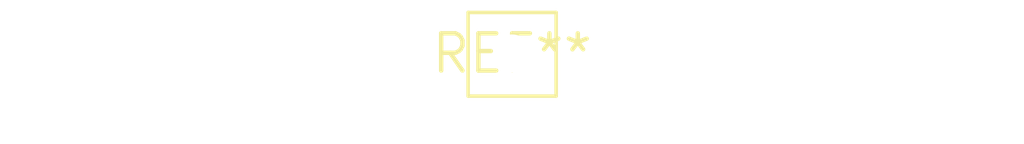
<source format=kicad_pcb>
(kicad_pcb (version 20240108) (generator pcbnew)
  (layers (0 "F.Cu" signal) (31 "B.Cu" signal) (34 "B.Paste" user) (35 "F.Paste" user) (36 "B.SilkS" user "B.Silkscreen") (37 "F.SilkS" user "F.Silkscreen") (38 "B.Mask" user) (39 "F.Mask" user) (44 "Edge.Cuts" user))
  (net 0 "")
  (footprint "Pin_D1.3mm_L11.3mm_W2.8mm_Flat" (layer "F.Cu") (at 0 0)
    (property "Reference" "REF**")
    (property "Value" "Pin_D1.3mm_L11.3mm_W2.8mm_Flat")
    (fp_line (start -1.5 -1.4) (end -1.5 1.45) (layer "F.SilkS") (stroke (width 0.12)))
    (fp_line (start -1.5 -1.4) (end 1.5 -1.4) (layer "F.SilkS") (stroke (width 0.12)))
    (fp_line (start -1.5 1.45) (end 1.5 1.45) (layer "F.SilkS") (stroke (width 0.12)))
    (fp_line (start 1.5 -1.4) (end 1.5 1.45) (layer "F.SilkS") (stroke (width 0.12)))
    (pad "1" thru_hole circle (at 0 0) (size 2.6 2.6) (drill 1.3) (layers *.Cu *.Mask) (remove_unused_layers))
  )
)
</source>
